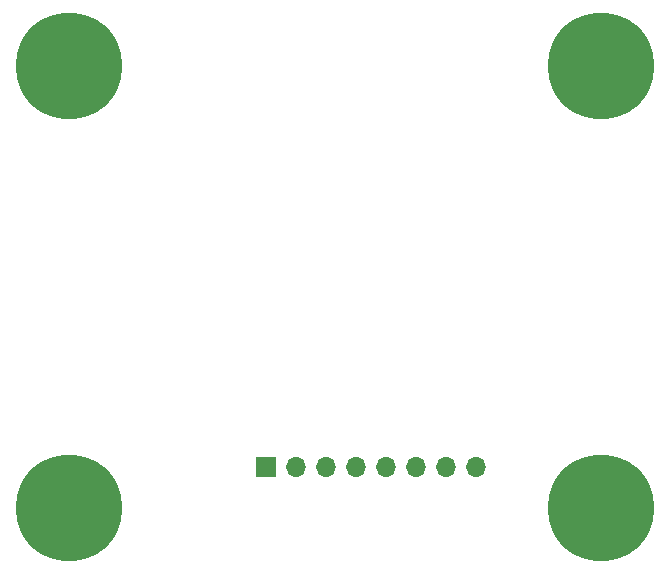
<source format=gbr>
%TF.GenerationSoftware,KiCad,Pcbnew,(5.1.8)-1*%
%TF.CreationDate,2022-03-13T17:16:43-07:00*%
%TF.ProjectId,lm5116_synchronous_buck,6c6d3531-3136-45f7-9379-6e6368726f6e,rev?*%
%TF.SameCoordinates,Original*%
%TF.FileFunction,Soldermask,Bot*%
%TF.FilePolarity,Negative*%
%FSLAX46Y46*%
G04 Gerber Fmt 4.6, Leading zero omitted, Abs format (unit mm)*
G04 Created by KiCad (PCBNEW (5.1.8)-1) date 2022-03-13 17:16:43*
%MOMM*%
%LPD*%
G01*
G04 APERTURE LIST*
%ADD10C,0.900000*%
%ADD11C,9.000000*%
%ADD12O,1.700000X1.700000*%
%ADD13R,1.700000X1.700000*%
G04 APERTURE END LIST*
D10*
%TO.C,H4*%
X123386485Y-119813515D03*
X121000000Y-118825000D03*
X118613515Y-119813515D03*
X117625000Y-122200000D03*
X118613515Y-124586485D03*
X121000000Y-125575000D03*
X123386485Y-124586485D03*
X124375000Y-122200000D03*
D11*
X121000000Y-122200000D03*
%TD*%
D10*
%TO.C,H3*%
X168386485Y-82413515D03*
X166000000Y-81425000D03*
X163613515Y-82413515D03*
X162625000Y-84800000D03*
X163613515Y-87186485D03*
X166000000Y-88175000D03*
X168386485Y-87186485D03*
X169375000Y-84800000D03*
D11*
X166000000Y-84800000D03*
%TD*%
D10*
%TO.C,H2*%
X168386485Y-119813515D03*
X166000000Y-118825000D03*
X163613515Y-119813515D03*
X162625000Y-122200000D03*
X163613515Y-124586485D03*
X166000000Y-125575000D03*
X168386485Y-124586485D03*
X169375000Y-122200000D03*
D11*
X166000000Y-122200000D03*
%TD*%
D10*
%TO.C,H1*%
X123386485Y-82413515D03*
X121000000Y-81425000D03*
X118613515Y-82413515D03*
X117625000Y-84800000D03*
X118613515Y-87186485D03*
X121000000Y-88175000D03*
X123386485Y-87186485D03*
X124375000Y-84800000D03*
D11*
X121000000Y-84800000D03*
%TD*%
D12*
%TO.C,J2*%
X155480000Y-118700000D03*
X152940000Y-118700000D03*
X150400000Y-118700000D03*
X147860000Y-118700000D03*
X145320000Y-118700000D03*
X142780000Y-118700000D03*
X140240000Y-118700000D03*
D13*
X137700000Y-118700000D03*
%TD*%
M02*

</source>
